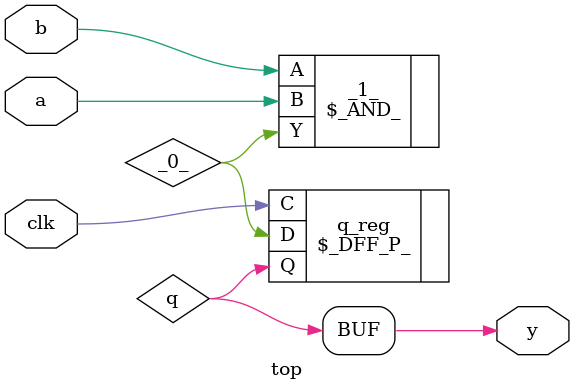
<source format=v>
/* Generated by Yosys 0.9 (git sha1 1979e0b) */

(* top =  1  *)
(* src = "top.v:1" *)
module top(a, b, clk, y);
  (* src = "top.v:1" *)
  wire _0_;
  (* src = "top.v:1" *)
  input a;
  (* src = "top.v:1" *)
  input b;
  (* src = "top.v:1" *)
  input clk;
  (* src = "top.v:1" *)
  wire q;
  (* src = "top.v:1" *)
  output y;
  \$_AND_  _1_ (
    .A(b),
    .B(a),
    .Y(_0_)
  );
  (* src = "top.v:1" *)
  \$_DFF_P_  q_reg /* _2_ */ (
    .C(clk),
    .D(_0_),
    .Q(q)
  );
  assign y = q;
endmodule

</source>
